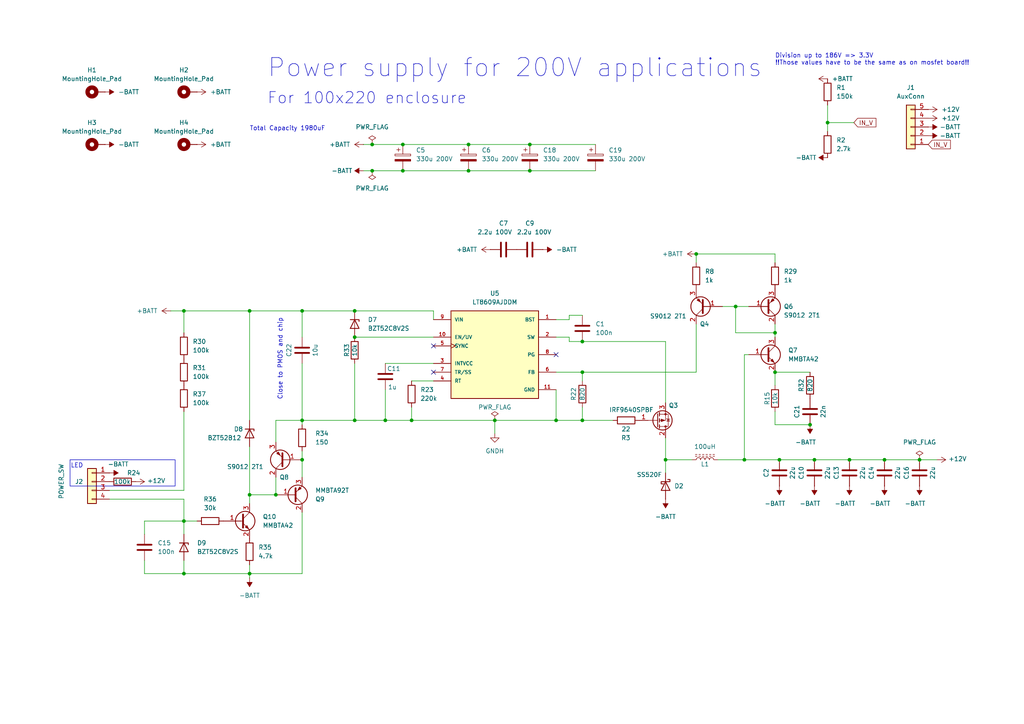
<source format=kicad_sch>
(kicad_sch (version 20231120) (generator "eeschema") (generator_version "8.0")
  (paper "A4")
  (lib_symbols
    (symbol "Connector_Generic:Conn_01x04" (pin_names (offset 1.016) hide)
      (property "Reference" "J" (at 0 5.08 0))
      (property "Value" "Conn_01x04" (at 0 -7.62 0))
      (symbol "Conn_01x04_1_1"
        (rectangle (start -1.27 -4.953) (end 0 -5.207) (stroke (width 0.1524)))
        (rectangle (start -1.27 -2.413) (end 0 -2.667) (stroke (width 0.1524)))
        (rectangle (start -1.27 0.127) (end 0 -0.127) (stroke (width 0.1524)))
        (rectangle (start -1.27 2.667) (end 0 2.413) (stroke (width 0.1524)))
        (rectangle (start -1.27 3.81) (end 1.27 -6.35) (stroke (width 0.254)) (fill (type background)))
        (pin passive line (at -5.08 2.54 0) (length 3.81) (name "Pin_1") (number "1"))
        (pin passive line (at -5.08 0 0) (length 3.81) (name "Pin_2") (number "2"))
        (pin passive line (at -5.08 -2.54 0) (length 3.81) (name "Pin_3") (number "3"))
        (pin passive line (at -5.08 -5.08 0) (length 3.81) (name "Pin_4") (number "4"))
      )
    )
    (symbol "Connector_Generic:Conn_01x05" (pin_names (offset 1.016) hide)
      (property "Reference" "J" (at 0 7.62 0))
      (property "Value" "Conn_01x05" (at 0 -7.62 0))
      (symbol "Conn_01x05_1_1"
        (rectangle (start -1.27 -4.953) (end 0 -5.207) (stroke (width 0.1524)))
        (rectangle (start -1.27 -2.413) (end 0 -2.667) (stroke (width 0.1524)))
        (rectangle (start -1.27 0.127) (end 0 -0.127) (stroke (width 0.1524)))
        (rectangle (start -1.27 2.667) (end 0 2.413) (stroke (width 0.1524)))
        (rectangle (start -1.27 5.207) (end 0 4.953) (stroke (width 0.1524)))
        (rectangle (start -1.27 6.35) (end 1.27 -6.35) (stroke (width 0.254)) (fill (type background)))
        (pin passive line (at -5.08 5.08 0) (length 3.81) (name "Pin_1") (number "1"))
        (pin passive line (at -5.08 2.54 0) (length 3.81) (name "Pin_2") (number "2"))
        (pin passive line (at -5.08 0 0) (length 3.81) (name "Pin_3") (number "3"))
        (pin passive line (at -5.08 -2.54 0) (length 3.81) (name "Pin_4") (number "4"))
        (pin passive line (at -5.08 -5.08 0) (length 3.81) (name "Pin_5") (number "5"))
      )
    )
    (symbol "Device:C" (pin_numbers hide) (pin_names (offset 0.254))
      (property "Reference" "C" (at 0.635 2.54 0))
      (property "Value" "C" (at 0.635 -2.54 0))
      (symbol "C_0_1"
        (polyline (pts (xy -2.032 -0.762) (xy 2.032 -0.762)) (stroke (width 0.508)))
        (polyline (pts (xy -2.032 0.762) (xy 2.032 0.762)) (stroke (width 0.508)))
      )
      (symbol "C_1_1"
        (pin passive line (at 0 3.81 270) (length 2.794) (name "~") (number "1"))
        (pin passive line (at 0 -3.81 90) (length 2.794) (name "~") (number "2"))
      )
    )
    (symbol "Device:C_Polarized" (pin_numbers hide) (pin_names (offset 0.254))
      (property "Reference" "C" (at 0.635 2.54 0))
      (property "Value" "C_Polarized" (at 0.635 -2.54 0))
      (symbol "C_Polarized_0_1"
        (rectangle (start -2.286 0.508) (end 2.286 1.016))
        (polyline (pts (xy -1.778 2.286) (xy -0.762 2.286)))
        (polyline (pts (xy -1.27 2.794) (xy -1.27 1.778)))
        (rectangle (start 2.286 -0.508) (end -2.286 -1.016) (fill (type outline)))
      )
      (symbol "C_Polarized_1_1"
        (pin passive line (at 0 3.81 270) (length 2.794) (name "~") (number "1"))
        (pin passive line (at 0 -3.81 90) (length 2.794) (name "~") (number "2"))
      )
    )
    (symbol "Device:D_Schottky" (pin_numbers hide) (pin_names (offset 1.016) hide)
      (property "Reference" "D" (at 0 2.54 0))
      (property "Value" "D_Schottky" (at 0 -2.54 0))
      (symbol "D_Schottky_0_1"
        (polyline (pts (xy 1.27 0) (xy -1.27 0)))
        (polyline (pts (xy 1.27 1.27) (xy 1.27 -1.27) (xy -1.27 0) (xy 1.27 1.27)) (stroke (width 0.254)))
        (polyline (pts (xy -1.905 0.635) (xy -1.905 1.27) (xy -1.27 1.27) (xy -1.27 -1.27) (xy -0.635 -1.27) (xy -0.635 -0.635)) (stroke (width 0.254)))
      )
      (symbol "D_Schottky_1_1"
        (pin passive line (at -3.81 0 0) (length 2.54) (name "K") (number "1"))
        (pin passive line (at 3.81 0 180) (length 2.54) (name "A") (number "2"))
      )
    )
    (symbol "Device:D_Zener" (pin_numbers hide) (pin_names (offset 1.016) hide)
      (property "Reference" "D" (at 0 2.54 0))
      (property "Value" "D_Zener" (at 0 -2.54 0))
      (symbol "D_Zener_0_1"
        (polyline (pts (xy 1.27 0) (xy -1.27 0)))
        (polyline (pts (xy -1.27 -1.27) (xy -1.27 1.27) (xy -0.762 1.27)) (stroke (width 0.254)))
        (polyline (pts (xy 1.27 -1.27) (xy 1.27 1.27) (xy -1.27 0) (xy 1.27 -1.27)) (stroke (width 0.254)))
      )
      (symbol "D_Zener_1_1"
        (pin passive line (at -3.81 0 0) (length 2.54) (name "K") (number "1"))
        (pin passive line (at 3.81 0 180) (length 2.54) (name "A") (number "2"))
      )
    )
    (symbol "Device:L_Ferrite" (pin_numbers hide) (pin_names (offset 1.016) hide)
      (property "Reference" "L" (at -1.27 0 90))
      (property "Value" "L_Ferrite" (at 2.794 0 90))
      (symbol "L_Ferrite_0_1"
        (arc (start 0 -2.54) (mid 0.6323 -1.905) (end 0 -1.27))
        (arc (start 0 -1.27) (mid 0.6323 -0.635) (end 0 0))
        (polyline (pts (xy 1.016 -2.794) (xy 1.016 -2.286)))
        (polyline (pts (xy 1.016 -1.778) (xy 1.016 -1.27)))
        (polyline (pts (xy 1.016 -0.762) (xy 1.016 -0.254)))
        (polyline (pts (xy 1.016 0.254) (xy 1.016 0.762)))
        (polyline (pts (xy 1.016 1.27) (xy 1.016 1.778)))
        (polyline (pts (xy 1.016 2.286) (xy 1.016 2.794)))
        (polyline (pts (xy 1.524 -2.286) (xy 1.524 -2.794)))
        (polyline (pts (xy 1.524 -1.27) (xy 1.524 -1.778)))
        (polyline (pts (xy 1.524 -0.254) (xy 1.524 -0.762)))
        (polyline (pts (xy 1.524 0.762) (xy 1.524 0.254)))
        (polyline (pts (xy 1.524 1.778) (xy 1.524 1.27)))
        (polyline (pts (xy 1.524 2.794) (xy 1.524 2.286)))
        (arc (start 0 0) (mid 0.6323 0.635) (end 0 1.27))
        (arc (start 0 1.27) (mid 0.6323 1.905) (end 0 2.54))
      )
      (symbol "L_Ferrite_1_1"
        (pin passive line (at 0 3.81 270) (length 1.27) (name "1") (number "1"))
        (pin passive line (at 0 -3.81 90) (length 1.27) (name "2") (number "2"))
      )
    )
    (symbol "Device:Q_PNP_BCE" (pin_names (offset 0) hide)
      (property "Reference" "Q" (at 5.08 1.27 0))
      (property "Value" "Q_PNP_BCE" (at 5.08 -1.27 0))
      (symbol "Q_PNP_BCE_0_1"
        (polyline (pts (xy 0.635 0.635) (xy 2.54 2.54)))
        (polyline (pts (xy 0.635 -0.635) (xy 2.54 -2.54) (xy 2.54 -2.54)))
        (polyline (pts (xy 0.635 1.905) (xy 0.635 -1.905) (xy 0.635 -1.905)) (stroke (width 0.508)))
        (polyline (pts (xy 2.286 -1.778) (xy 1.778 -2.286) (xy 1.27 -1.27) (xy 2.286 -1.778) (xy 2.286 -1.778)) (fill (type outline)))
        (circle (center 1.27 0) (radius 2.8194) (stroke (width 0.254)))
      )
      (symbol "Q_PNP_BCE_1_1"
        (pin input line (at -5.08 0 0) (length 5.715) (name "B") (number "1"))
        (pin passive line (at 2.54 5.08 270) (length 2.54) (name "C") (number "2"))
        (pin passive line (at 2.54 -5.08 90) (length 2.54) (name "E") (number "3"))
      )
    )
    (symbol "Device:R" (pin_numbers hide) (pin_names (offset 0))
      (property "Reference" "R" (at 2.032 0 90))
      (property "Value" "R" (at 0 0 90))
      (symbol "R_0_1"
        (rectangle (start -1.016 -2.54) (end 1.016 2.54) (stroke (width 0.254)))
      )
      (symbol "R_1_1"
        (pin passive line (at 0 3.81 270) (length 1.27) (name "~") (number "1"))
        (pin passive line (at 0 -3.81 90) (length 1.27) (name "~") (number "2"))
      )
    )
    (symbol "Diode:BZT52Bxx" (pin_numbers hide) (pin_names hide)
      (property "Reference" "D" (at 0 2.54 0))
      (property "Value" "BZT52Bxx" (at 0 -2.54 0))
      (symbol "BZT52Bxx_0_1"
        (polyline (pts (xy 1.27 0) (xy -1.27 0)))
        (polyline (pts (xy -1.27 -1.27) (xy -1.27 1.27) (xy -0.762 1.27)) (stroke (width 0.254)))
        (polyline (pts (xy 1.27 -1.27) (xy 1.27 1.27) (xy -1.27 0) (xy 1.27 -1.27)) (stroke (width 0.254)))
      )
      (symbol "BZT52Bxx_1_1"
        (pin passive line (at -3.81 0 0) (length 2.54) (name "K") (number "1"))
        (pin passive line (at 3.81 0 180) (length 2.54) (name "A") (number "2"))
      )
    )
    (symbol "GigaESCSymbols:LT8609AHDDM-5_PBF" (pin_names (offset 1.016))
      (property "Reference" "U" (at -12.7 13.462 0))
      (property "Value" "LT8609AHDDM-5_PBF" (at -12.7 -15.24 0))
      (symbol "LT8609AHDDM-5_PBF_0_0"
        (rectangle (start -12.7 12.7) (end 12.7 -12.7) (stroke (width 0.254)) (fill (type background)))
        (pin passive line (at 17.78 10.16 180) (length 5.08) (name "BST") (number "1"))
        (pin input line (at -17.78 5.08 0) (length 5.08) (name "EN/UV") (number "10"))
        (pin power_in line (at 17.78 -10.16 180) (length 5.08) (name "GND") (number "11"))
        (pin output line (at 17.78 5.08 180) (length 5.08) (name "SW") (number "2"))
        (pin passive line (at -17.78 -2.54 0) (length 5.08) (name "INTVCC") (number "3"))
        (pin passive line (at -17.78 -7.62 0) (length 5.08) (name "RT") (number "4"))
        (pin input clock (at -17.78 2.54 0) (length 5.08) (name "SYNC") (number "5"))
        (pin passive line (at 17.78 -5.08 180) (length 5.08) (name "FB") (number "6"))
        (pin passive line (at -17.78 -5.08 0) (length 5.08) (name "TR/SS") (number "7"))
        (pin output line (at 17.78 0 180) (length 5.08) (name "PG") (number "8"))
        (pin input line (at -17.78 10.16 0) (length 5.08) (name "VIN") (number "9"))
      )
    )
    (symbol "Mechanical:MountingHole_Pad" (pin_numbers hide) (pin_names (offset 1.016) hide)
      (property "Reference" "H" (at 0 6.35 0))
      (property "Value" "MountingHole_Pad" (at 0 4.445 0))
      (symbol "MountingHole_Pad_0_1"
        (circle (center 0 1.27) (radius 1.27) (stroke (width 1.27)))
      )
      (symbol "MountingHole_Pad_1_1"
        (pin input line (at 0 -2.54 90) (length 2.54) (name "1") (number "1"))
      )
    )
    (symbol "Transistor_BJT:MMBTA42" (pin_names (offset 0) hide)
      (property "Reference" "Q" (at 5.08 1.905 0))
      (property "Value" "MMBTA42" (at 5.08 0 0))
      (symbol "MMBTA42_0_1"
        (polyline (pts (xy 0 0) (xy 0.635 0)))
        (polyline (pts (xy 0.635 0.635) (xy 2.54 2.54)))
        (polyline (pts (xy 0.635 -0.635) (xy 2.54 -2.54) (xy 2.54 -2.54)))
        (polyline (pts (xy 0.635 1.905) (xy 0.635 -1.905) (xy 0.635 -1.905)) (stroke (width 0.508)))
        (polyline (pts (xy 1.27 -1.778) (xy 1.778 -1.27) (xy 2.286 -2.286) (xy 1.27 -1.778) (xy 1.27 -1.778)) (fill (type outline)))
        (circle (center 1.27 0) (radius 2.8194) (stroke (width 0.254)))
      )
      (symbol "MMBTA42_1_1"
        (pin input line (at -5.08 0 0) (length 5.08) (name "B") (number "1"))
        (pin passive line (at 2.54 -5.08 90) (length 2.54) (name "E") (number "2"))
        (pin passive line (at 2.54 5.08 270) (length 2.54) (name "C") (number "3"))
      )
    )
    (symbol "Transistor_FET:SUD50P10-43L" (pin_names hide)
      (property "Reference" "Q" (at 4.953 1.905 0))
      (property "Value" "SUD50P10-43L" (at 4.953 0 0))
      (symbol "SUD50P10-43L_0_1"
        (polyline (pts (xy 0.254 0) (xy -2.54 0)))
        (polyline (pts (xy 0.254 1.905) (xy 0.254 -1.905)) (stroke (width 0.254)))
        (polyline (pts (xy 0.762 -1.27) (xy 0.762 -2.286)) (stroke (width 0.254)))
        (polyline (pts (xy 0.762 0.508) (xy 0.762 -0.508)) (stroke (width 0.254)))
        (polyline (pts (xy 0.762 2.286) (xy 0.762 1.27)) (stroke (width 0.254)))
        (polyline (pts (xy 2.54 2.54) (xy 2.54 1.778)))
        (polyline (pts (xy 2.54 -2.54) (xy 2.54 0) (xy 0.762 0)))
        (polyline (pts (xy 0.762 1.778) (xy 3.302 1.778) (xy 3.302 -1.778) (xy 0.762 -1.778)))
        (polyline (pts (xy 2.286 0) (xy 1.27 0.381) (xy 1.27 -0.381) (xy 2.286 0)) (fill (type outline)))
        (polyline (pts (xy 2.794 -0.508) (xy 2.921 -0.381) (xy 3.683 -0.381) (xy 3.81 -0.254)))
        (polyline (pts (xy 3.302 -0.381) (xy 2.921 0.254) (xy 3.683 0.254) (xy 3.302 -0.381)))
        (circle (center 1.651 0) (radius 2.794) (stroke (width 0.254)))
        (circle (center 2.54 -1.778) (radius 0.254) (fill (type outline)))
        (circle (center 2.54 1.778) (radius 0.254) (fill (type outline)))
      )
      (symbol "SUD50P10-43L_1_1"
        (pin input line (at -5.08 0 0) (length 2.54) (name "G") (number "1"))
        (pin passive line (at 2.54 5.08 270) (length 2.54) (name "D") (number "2"))
        (pin passive line (at 2.54 -5.08 90) (length 2.54) (name "S") (number "3"))
      )
    )
    (symbol "power:+12V" (power) (pin_numbers hide) (pin_names (offset 0) hide)
      (property "Value" "+12V" (at 0 3.556 0))
      (symbol "+12V_0_1"
        (polyline (pts (xy -0.762 1.27) (xy 0 2.54)))
        (polyline (pts (xy 0 0) (xy 0 2.54)))
        (polyline (pts (xy 0 2.54) (xy 0.762 1.27)))
      )
      (symbol "+12V_1_1"
        (pin power_in line (at 0 0 90) (length 0) (name "~") (number "1"))
      )
    )
    (symbol "power:+BATT" (power) (pin_numbers hide) (pin_names (offset 0) hide)
      (property "Value" "+BATT" (at 0 3.556 0))
      (symbol "+BATT_0_1"
        (polyline (pts (xy -0.762 1.27) (xy 0 2.54)))
        (polyline (pts (xy 0 0) (xy 0 2.54)))
        (polyline (pts (xy 0 2.54) (xy 0.762 1.27)))
      )
      (symbol "+BATT_1_1"
        (pin power_in line (at 0 0 90) (length 0) (name "~") (number "1"))
      )
    )
    (symbol "power:-BATT" (power) (pin_numbers hide) (pin_names (offset 0) hide)
      (property "Value" "-BATT" (at 0 3.556 0))
      (symbol "-BATT_0_1"
        (polyline (pts (xy 0 0) (xy 0 2.54)))
        (polyline (pts (xy 0.762 1.27) (xy -0.762 1.27) (xy 0 2.54) (xy 0.762 1.27)) (fill (type outline)))
      )
      (symbol "-BATT_1_1"
        (pin power_in line (at 0 0 90) (length 0) (name "~") (number "1"))
      )
    )
    (symbol "power:GNDA" (power) (pin_numbers hide) (pin_names (offset 0) hide)
      (property "Value" "GNDA" (at 0 -3.81 0))
      (symbol "GNDA_0_1"
        (polyline (pts (xy 0 0) (xy 0 -1.27) (xy 1.27 -1.27) (xy 0 -2.54) (xy -1.27 -1.27) (xy 0 -1.27)))
      )
      (symbol "GNDA_1_1"
        (pin power_in line (at 0 0 270) (length 0) (name "~") (number "1"))
      )
    )
    (symbol "power:PWR_FLAG" (power) (pin_numbers hide) (pin_names (offset 0) hide)
      (property "Value" "PWR_FLAG" (at 0 3.81 0))
      (symbol "PWR_FLAG_0_0"
        (pin power_out line (at 0 0 90) (length 0) (name "~") (number "1"))
      )
      (symbol "PWR_FLAG_0_1"
        (polyline (pts (xy 0 0) (xy 0 1.27) (xy -1.016 1.905) (xy 0 2.54) (xy 1.016 1.905) (xy 0 1.27)))
      )
    )
  )
  (junction (at 246.38 133.35))
  (junction (at 240.03 35.56))
  (junction (at 87.63 90.17))
  (junction (at 53.34 90.17))
  (junction (at 234.95 123.19))
  (junction (at 111.76 121.92))
  (junction (at 143.51 121.92))
  (junction (at 72.39 166.37))
  (junction (at 102.87 121.92))
  (junction (at 193.04 133.35))
  (junction (at 102.87 90.17))
  (junction (at 116.84 49.53))
  (junction (at 224.79 96.52))
  (junction (at 107.95 41.91))
  (junction (at 266.7 133.35))
  (junction (at 226.06 133.35))
  (junction (at 119.38 121.92))
  (junction (at 87.63 133.35))
  (junction (at 116.84 41.91))
  (junction (at 168.91 99.06))
  (junction (at 107.95 49.53))
  (junction (at 168.91 121.92))
  (junction (at 256.54 133.35))
  (junction (at 72.39 143.51))
  (junction (at 215.9 133.35))
  (junction (at 72.39 90.17))
  (junction (at 201.93 73.66))
  (junction (at 102.87 97.79))
  (junction (at 135.89 49.53))
  (junction (at 80.01 143.51))
  (junction (at 224.79 107.95))
  (junction (at 213.36 88.9))
  (junction (at 135.89 41.91))
  (junction (at 168.91 107.95))
  (junction (at 53.34 151.13))
  (junction (at 236.22 133.35))
  (junction (at 161.29 121.92))
  (junction (at 87.63 121.92))
  (junction (at 153.67 41.91))
  (junction (at 153.67 49.53))
  (junction (at 53.34 166.37))
  (no_connect (at 161.29 102.87))
  (no_connect (at 125.73 100.33))
  (no_connect (at 125.73 107.95))
  (wire (pts (xy 102.87 121.92) (xy 111.76 121.92)))
  (wire (pts (xy 72.39 143.51) (xy 80.01 143.51)))
  (wire (pts (xy 215.9 102.87) (xy 215.9 133.35)))
  (wire (pts (xy 224.79 107.95) (xy 224.79 111.76)))
  (wire (pts (xy 153.67 49.53) (xy 172.72 49.53)))
  (wire (pts (xy 266.7 133.35) (xy 271.78 133.35)))
  (wire (pts (xy 72.39 146.05) (xy 72.39 143.51)))
  (wire (pts (xy 209.55 88.9) (xy 213.36 88.9)))
  (wire (pts (xy 80.01 128.27) (xy 80.01 121.92)))
  (wire (pts (xy 161.29 92.71) (xy 165.1 92.71)))
  (wire (pts (xy 224.79 96.52) (xy 213.36 96.52)))
  (wire (pts (xy 215.9 133.35) (xy 226.06 133.35)))
  (wire (pts (xy 226.06 133.35) (xy 236.22 133.35)))
  (wire (pts (xy 224.79 107.95) (xy 234.95 107.95)))
  (wire (pts (xy 41.91 166.37) (xy 53.34 166.37)))
  (wire (pts (xy 201.93 73.66) (xy 224.79 73.66)))
  (wire (pts (xy 168.91 121.92) (xy 161.29 121.92)))
  (wire (pts (xy 224.79 119.38) (xy 224.79 123.19)))
  (wire (pts (xy 153.67 41.91) (xy 172.72 41.91)))
  (wire (pts (xy 111.76 121.92) (xy 119.38 121.92)))
  (wire (pts (xy 116.84 41.91) (xy 135.89 41.91)))
  (wire (pts (xy 161.29 97.79) (xy 165.1 97.79)))
  (wire (pts (xy 256.54 133.35) (xy 266.7 133.35)))
  (wire (pts (xy 102.87 121.92) (xy 102.87 105.41)))
  (wire (pts (xy 224.79 96.52) (xy 224.79 97.79)))
  (wire (pts (xy 193.04 99.06) (xy 168.91 99.06)))
  (wire (pts (xy 213.36 96.52) (xy 213.36 88.9)))
  (wire (pts (xy 31.75 142.24) (xy 53.34 142.24)))
  (wire (pts (xy 125.73 90.17) (xy 102.87 90.17)))
  (wire (pts (xy 201.93 107.95) (xy 201.93 93.98)))
  (wire (pts (xy 193.04 133.35) (xy 200.66 133.35)))
  (wire (pts (xy 49.53 90.17) (xy 53.34 90.17)))
  (wire (pts (xy 107.95 49.53) (xy 116.84 49.53)))
  (wire (pts (xy 168.91 99.06) (xy 165.1 99.06)))
  (wire (pts (xy 224.79 93.98) (xy 224.79 96.52)))
  (wire (pts (xy 161.29 121.92) (xy 143.51 121.92)))
  (wire (pts (xy 168.91 118.11) (xy 168.91 121.92)))
  (wire (pts (xy 41.91 162.56) (xy 41.91 166.37)))
  (wire (pts (xy 87.63 166.37) (xy 72.39 166.37)))
  (wire (pts (xy 165.1 99.06) (xy 165.1 97.79)))
  (wire (pts (xy 87.63 97.79) (xy 87.63 90.17)))
  (wire (pts (xy 87.63 148.59) (xy 87.63 166.37)))
  (wire (pts (xy 165.1 91.44) (xy 168.91 91.44)))
  (wire (pts (xy 143.51 121.92) (xy 119.38 121.92)))
  (wire (pts (xy 87.63 121.92) (xy 102.87 121.92)))
  (wire (pts (xy 240.03 30.48) (xy 240.03 35.56)))
  (wire (pts (xy 80.01 138.43) (xy 80.01 143.51)))
  (wire (pts (xy 87.63 130.81) (xy 87.63 133.35)))
  (wire (pts (xy 87.63 123.19) (xy 87.63 121.92)))
  (wire (pts (xy 72.39 166.37) (xy 72.39 163.83)))
  (wire (pts (xy 72.39 90.17) (xy 87.63 90.17)))
  (wire (pts (xy 72.39 167.64) (xy 72.39 166.37)))
  (wire (pts (xy 240.03 35.56) (xy 247.65 35.56)))
  (wire (pts (xy 161.29 107.95) (xy 168.91 107.95)))
  (wire (pts (xy 208.28 133.35) (xy 215.9 133.35)))
  (wire (pts (xy 105.41 49.53) (xy 107.95 49.53)))
  (wire (pts (xy 53.34 90.17) (xy 53.34 96.52)))
  (wire (pts (xy 53.34 166.37) (xy 72.39 166.37)))
  (wire (pts (xy 119.38 121.92) (xy 119.38 118.11)))
  (wire (pts (xy 53.34 90.17) (xy 72.39 90.17)))
  (wire (pts (xy 41.91 151.13) (xy 53.34 151.13)))
  (wire (pts (xy 193.04 116.84) (xy 193.04 99.06)))
  (wire (pts (xy 224.79 123.19) (xy 234.95 123.19)))
  (wire (pts (xy 107.95 41.91) (xy 116.84 41.91)))
  (wire (pts (xy 31.75 144.78) (xy 53.34 144.78)))
  (wire (pts (xy 224.79 73.66) (xy 224.79 76.2)))
  (wire (pts (xy 215.9 102.87) (xy 217.17 102.87)))
  (wire (pts (xy 87.63 133.35) (xy 87.63 138.43)))
  (wire (pts (xy 57.15 151.13) (xy 53.34 151.13)))
  (wire (pts (xy 116.84 49.53) (xy 135.89 49.53)))
  (wire (pts (xy 168.91 121.92) (xy 177.8 121.92)))
  (wire (pts (xy 105.41 41.91) (xy 107.95 41.91)))
  (wire (pts (xy 240.03 35.56) (xy 240.03 38.1)))
  (wire (pts (xy 201.93 73.66) (xy 201.93 76.2)))
  (wire (pts (xy 111.76 113.03) (xy 111.76 121.92)))
  (wire (pts (xy 80.01 121.92) (xy 87.63 121.92)))
  (wire (pts (xy 53.34 119.38) (xy 53.34 142.24)))
  (wire (pts (xy 53.34 151.13) (xy 53.34 154.94)))
  (wire (pts (xy 135.89 49.53) (xy 153.67 49.53)))
  (wire (pts (xy 246.38 133.35) (xy 256.54 133.35)))
  (wire (pts (xy 102.87 97.79) (xy 125.73 97.79)))
  (wire (pts (xy 213.36 88.9) (xy 217.17 88.9)))
  (wire (pts (xy 53.34 162.56) (xy 53.34 166.37)))
  (wire (pts (xy 41.91 154.94) (xy 41.91 151.13)))
  (wire (pts (xy 143.51 121.92) (xy 143.51 125.73)))
  (wire (pts (xy 193.04 133.35) (xy 193.04 127)))
  (wire (pts (xy 135.89 41.91) (xy 153.67 41.91)))
  (wire (pts (xy 236.22 133.35) (xy 246.38 133.35)))
  (wire (pts (xy 161.29 113.03) (xy 161.29 121.92)))
  (wire (pts (xy 168.91 107.95) (xy 201.93 107.95)))
  (wire (pts (xy 72.39 129.54) (xy 72.39 143.51)))
  (wire (pts (xy 168.91 110.49) (xy 168.91 107.95)))
  (wire (pts (xy 125.73 92.71) (xy 125.73 90.17)))
  (wire (pts (xy 53.34 144.78) (xy 53.34 151.13)))
  (wire (pts (xy 87.63 105.41) (xy 87.63 121.92)))
  (wire (pts (xy 165.1 92.71) (xy 165.1 91.44)))
  (wire (pts (xy 87.63 90.17) (xy 102.87 90.17)))
  (wire (pts (xy 119.38 110.49) (xy 125.73 110.49)))
  (wire (pts (xy 72.39 90.17) (xy 72.39 121.92)))
  (wire (pts (xy 193.04 133.35) (xy 193.04 137.16)))
  (wire (pts (xy 111.76 105.41) (xy 125.73 105.41)))
  (rectangle (start 20.32 133.35) (end 50.8 140.97))
  (text "LED" (at 24.13 135.89 0) (effects (font (size 1.27 1.27)) (justify right bottom)))
  (text "Power supply for 200V applications" (at 77.47 22.86 0) (effects (font (size 5.27 5.27)) (justify left bottom)))
  (text "Total Capacity 1980uF" (at 72.39 38.1 0) (effects (font (size 1.27 1.27)) (justify left bottom)))
  (text "Close to PMOS and chip" (at 81.28 104.14 90) (effects (font (size 1.27 1.27))))
  (text "Division up to 186V => 3.3V\n!!Those values have to be the same as on mosfet board!!" (at 224.79 19.05 0) (effects (font (size 1.27 1.27)) (justify left bottom)))
  (text "For 100x220 enclosure" (at 77.47 30.48 0) (effects (font (size 3.27 3.27)) (justify left bottom)))
  (global_label "IN_V" (shape input) (at 247.65 35.56 0) (property "Intersheetrefs" "${INTERSHEET_REFS}" (effects (hide yes))))
  (global_label "IN_V" (shape input) (at 269.24 41.91 0) (property "Intersheetrefs" "${INTERSHEET_REFS}" (effects (hide yes))))
  (symbol (lib_id "Device:R") (at 168.91 114.3 180) (unit 1)
    (property "Reference" "R22" (at 166.37 114.3 90))
    (property "Value" "820" (at 168.91 114.3 90))
    (property "Footprint" "Resistor_SMD:R_0603_1608Metric" (effects (hide yes)))
    (property "MPN" "C23253" (effects (hide yes)))
    (property "Mouser" "603-RC0805FR-0744K2L" (effects (hide yes)))
  )
  (symbol (lib_id "Diode:BZT52Bxx") (at 72.39 125.73 270) (unit 1)
    (property "Reference" "D8" (at 67.818 124.46 90) (effects (justify left)))
    (property "Value" "BZT52B12" (at 60.198 127 90) (effects (justify left)))
    (property "Footprint" "Diode_SMD:D_SOD-123F" (effects (hide yes)))
    (property "Datasheet" "https://diotec.com/tl_files/diotec/files/pdf/datasheets/bzt52b2v4.pdf" (effects (hide yes)))
    (property "Description" "500mW Zener Diode, SOD-123F" (effects (hide yes)))
    (property "MPN" "C545349" (effects (hide yes)))
  )
  (symbol (lib_id "power:-BATT") (at 30.48 26.67 270) (unit 1)
    (property "Reference" "#PWR06" (effects (hide yes)))
    (property "Value" "-BATT" (at 34.29 26.67 90) (effects (justify left)))
    (property "Description" "Power symbol creates a global label with name \"-BATT\"" (effects (hide yes)))
  )
  (symbol (lib_id "power:+12V") (at 269.24 31.75 270) (unit 1)
    (property "Reference" "#PWR024" (effects (hide yes)))
    (property "Value" "+12V" (at 273.05 31.75 90) (effects (justify left)))
    (property "Description" "Power symbol creates a global label with name \"+12V\"" (effects (hide yes)))
  )
  (symbol (lib_id "Device:R") (at 87.63 127 0) (unit 1)
    (property "Reference" "R34" (at 91.44 125.7299 0) (effects (justify left)))
    (property "Value" "150" (at 91.44 128.2699 0) (effects (justify left)))
    (property "Footprint" "Resistor_SMD:R_0603_1608Metric" (effects (hide yes)))
    (property "MPN" "C22808" (effects (hide yes)))
  )
  (symbol (lib_id "Device:R") (at 224.79 115.57 180) (unit 1)
    (property "Reference" "R15" (at 222.504 115.57 90))
    (property "Value" "10k" (at 224.79 115.57 90))
    (property "Footprint" "Resistor_SMD:R_0603_1608Metric" (effects (hide yes)))
    (property "MPN" "C25804" (effects (hide yes)))
    (property "Mouser" "603-RC0805FR-0744K2L" (effects (hide yes)))
  )
  (symbol (lib_id "power:-BATT") (at 246.38 140.97 180) (unit 1)
    (property "Reference" "#PWR019" (effects (hide yes)))
    (property "Value" "-BATT" (at 245.11 146.05 0))
    (property "Description" "Power symbol creates a global label with name \"-BATT\"" (effects (hide yes)))
  )
  (symbol (lib_id "power:+BATT") (at 240.03 22.86 90) (unit 1)
    (property "Reference" "#PWR04" (effects (hide yes)))
    (property "Value" "+BATT" (at 241.3 22.86 90) (effects (justify right)))
    (property "Description" "Power symbol creates a global label with name \"+BATT\"" (effects (hide yes)))
  )
  (symbol (lib_id "Device:R") (at 224.79 80.01 180) (unit 1)
    (property "Reference" "R29" (at 227.33 78.74 0) (effects (justify right)))
    (property "Value" "1k" (at 227.33 81.28 0) (effects (justify right)))
    (property "Footprint" "Resistor_SMD:R_0603_1608Metric" (effects (hide yes)))
    (property "MPN" "C21190" (effects (hide yes)))
    (property "Mouser" "71-CRCW080520R0FKEAC" (effects (hide yes)))
  )
  (symbol (lib_id "power:+BATT") (at 57.15 26.67 270) (unit 1)
    (property "Reference" "#PWR013" (effects (hide yes)))
    (property "Value" "+BATT" (at 60.96 26.67 90) (effects (justify left)))
    (property "Description" "Power symbol creates a global label with name \"+BATT\"" (effects (hide yes)))
  )
  (symbol (lib_id "Device:Q_PNP_BCE") (at 82.55 133.35 180) (unit 1)
    (property "Reference" "Q8" (at 83.82 138.43 0) (effects (justify left)))
    (property "Value" "S9012 2T1" (at 76.454 135.382 0) (effects (justify left)))
    (property "Footprint" "Package_TO_SOT_SMD:SOT-23" (effects (hide yes)))
    (property "MPN" "C8543" (effects (hide yes)))
  )
  (symbol (lib_id "Device:R") (at 234.95 111.76 180) (unit 1)
    (property "Reference" "R32" (at 232.41 111.76 90))
    (property "Value" "820" (at 234.95 111.76 90))
    (property "Footprint" "Resistor_SMD:R_0603_1608Metric" (effects (hide yes)))
    (property "MPN" "C23253" (effects (hide yes)))
    (property "Mouser" "603-RC0805FR-0744K2L" (effects (hide yes)))
  )
  (symbol (lib_id "power:PWR_FLAG") (at 107.95 49.53 180) (unit 1)
    (property "Reference" "#FLG05" (effects (hide yes)))
    (property "Value" "PWR_FLAG" (at 107.95 54.61 0))
    (property "Description" "Special symbol for telling ERC where power comes from" (effects (hide yes)))
  )
  (symbol (lib_id "Device:D_Schottky") (at 193.04 140.97 270) (unit 1)
    (property "Reference" "D2" (at 195.58 140.97 90) (effects (justify left)))
    (property "Value" "SS520F" (at 184.658 137.668 90) (effects (justify left)))
    (property "Footprint" "Diode_SMD:D_SMA" (effects (hide yes)))
    (property "MPN" "C2903946" (effects (hide yes)))
  )
  (symbol (lib_id "power:+12V") (at 269.24 34.29 270) (unit 1)
    (property "Reference" "#PWR08" (effects (hide yes)))
    (property "Value" "+12V" (at 273.05 34.29 90) (effects (justify left)))
    (property "Description" "Power symbol creates a global label with name \"+12V\"" (effects (hide yes)))
  )
  (symbol (lib_id "power:PWR_FLAG") (at 107.95 41.91 0) (unit 1)
    (property "Reference" "#FLG04" (effects (hide yes)))
    (property "Value" "PWR_FLAG" (at 107.95 36.83 0))
    (property "Description" "Special symbol for telling ERC where power comes from" (effects (hide yes)))
  )
  (symbol (lib_id "power:-BATT") (at 105.41 49.53 90) (unit 1)
    (property "Reference" "#PWR012" (effects (hide yes)))
    (property "Value" "-BATT" (at 102.235 49.53 90) (effects (justify left)))
    (property "Description" "Power symbol creates a global label with name \"-BATT\"" (effects (hide yes)))
  )
  (symbol (lib_id "Connector_Generic:Conn_01x04") (at 26.67 139.7 0) (mirror y) (unit 1)
    (property "Reference" "J2" (at 24.13 139.7 0) (effects (justify left)))
    (property "Value" "POWER_SW" (at 17.78 144.78 90) (effects (justify left)))
    (property "Footprint" "Connector_JST:JST_PH_B4B-PH-K_1x04_P2.00mm_Vertical" (effects (hide yes)))
    (property "MPN" "C131334" (effects (hide yes)))
    (property "JLCRotOffset" "180" (effects (hide yes)))
    (property "JLCPosOffset" "-3,0" (effects (hide yes)))
  )
  (symbol (lib_id "power:PWR_FLAG") (at 266.7 133.35 0) (unit 1)
    (property "Reference" "#FLG01" (effects (hide yes)))
    (property "Value" "PWR_FLAG" (at 266.7 128.27 0))
    (property "Description" "Special symbol for telling ERC where power comes from" (effects (hide yes)))
  )
  (symbol (lib_id "Device:R") (at 201.93 80.01 180) (unit 1)
    (property "Reference" "R8" (at 204.47 78.74 0) (effects (justify right)))
    (property "Value" "1k" (at 204.47 81.28 0) (effects (justify right)))
    (property "Footprint" "Resistor_SMD:R_0603_1608Metric" (effects (hide yes)))
    (property "MPN" "C21190" (effects (hide yes)))
    (property "Mouser" "71-CRCW080520R0FKEAC" (effects (hide yes)))
  )
  (symbol (lib_id "power:-BATT") (at 234.95 123.19 180) (unit 1)
    (property "Reference" "#PWR045" (effects (hide yes)))
    (property "Value" "-BATT" (at 233.68 128.27 0))
    (property "Description" "Power symbol creates a global label with name \"-BATT\"" (effects (hide yes)))
  )
  (symbol (lib_id "power:-BATT") (at 193.04 144.78 180) (unit 1)
    (property "Reference" "#PWR041" (effects (hide yes)))
    (property "Value" "-BATT" (at 193.04 149.86 0))
    (property "Description" "Power symbol creates a global label with name \"-BATT\"" (effects (hide yes)))
  )
  (symbol (lib_id "power:PWR_FLAG") (at 143.51 121.92 0) (unit 1)
    (property "Reference" "#FLG02" (effects (hide yes)))
    (property "Value" "PWR_FLAG" (at 143.51 118.11 0))
    (property "Description" "Special symbol for telling ERC where power comes from" (effects (hide yes)))
  )
  (symbol (lib_id "Device:L_Ferrite") (at 204.47 133.35 90) (unit 1)
    (property "Reference" "L1" (at 204.47 134.62 90))
    (property "Value" "100uH" (at 204.47 129.54 90))
    (property "Footprint" "Inductor_SMD:L_Chilisin_BMRG00131360" (effects (hide yes)))
    (property "MPN" "C408533" (effects (hide yes)))
  )
  (symbol (lib_id "Device:C") (at 226.06 137.16 0) (unit 1)
    (property "Reference" "C2" (at 222.25 137.16 90))
    (property "Value" "22u" (at 229.87 137.16 90))
    (property "Footprint" "Capacitor_SMD:C_1206_3216Metric" (effects (hide yes)))
    (property "MPN" "C12891" (effects (hide yes)))
  )
  (symbol (lib_id "Device:R") (at 181.61 121.92 270) (unit 1)
    (property "Reference" "R3" (at 182.88 127 90) (effects (justify right)))
    (property "Value" "22" (at 182.88 124.46 90) (effects (justify right)))
    (property "Footprint" "Resistor_SMD:R_0603_1608Metric" (effects (hide yes)))
    (property "MPN" "C23345" (effects (hide yes)))
    (property "Mouser" "71-CRCW080520R0FKEAC" (effects (hide yes)))
  )
  (symbol (lib_id "Device:C") (at 87.63 101.6 0) (unit 1)
    (property "Reference" "C22" (at 83.82 101.6 90))
    (property "Value" "10u" (at 91.44 101.6 90))
    (property "Footprint" "Capacitor_SMD:C_0805_2012Metric" (effects (hide yes)))
    (property "MPN" "C15850" (effects (hide yes)))
  )
  (symbol (lib_id "power:+BATT") (at 142.24 72.39 90) (unit 1)
    (property "Reference" "#PWR01" (effects (hide yes)))
    (property "Value" "+BATT" (at 138.43 72.39 90) (effects (justify left)))
    (property "Description" "Power symbol creates a global label with name \"+BATT\"" (effects (hide yes)))
  )
  (symbol (lib_id "power:-BATT") (at 72.39 167.64 180) (unit 1)
    (property "Reference" "#PWR046" (effects (hide yes)))
    (property "Value" "-BATT" (at 72.39 172.72 0))
    (property "Description" "Power symbol creates a global label with name \"-BATT\"" (effects (hide yes)))
  )
  (symbol (lib_id "Device:C_Polarized") (at 172.72 45.72 0) (unit 1)
    (property "Reference" "C19" (at 176.53 43.561 0) (effects (justify left)))
    (property "Value" "330u 200V" (at 176.53 46.101 0) (effects (justify left)))
    (property "Footprint" "Capacitor_THT:CP_Radial_D18.0mm_P7.50mm" (effects (hide yes)))
    (property "Mouser" "661-EKMR201VS222MR50" (effects (hide yes)))
    (property "MPN" "C697601" (effects (hide yes)))
  )
  (symbol (lib_id "Device:C_Polarized") (at 135.89 45.72 0) (unit 1)
    (property "Reference" "C6" (at 139.7 43.561 0) (effects (justify left)))
    (property "Value" "330u 200V" (at 139.7 46.101 0) (effects (justify left)))
    (property "Footprint" "Capacitor_THT:CP_Radial_D18.0mm_P7.50mm" (effects (hide yes)))
    (property "Mouser" "661-EKMR201VS222MR50" (effects (hide yes)))
    (property "MPN" "C697601" (effects (hide yes)))
  )
  (symbol (lib_id "power:-BATT") (at 236.22 140.97 180) (unit 1)
    (property "Reference" "#PWR018" (effects (hide yes)))
    (property "Value" "-BATT" (at 234.95 146.05 0))
    (property "Description" "Power symbol creates a global label with name \"-BATT\"" (effects (hide yes)))
  )
  (symbol (lib_id "Device:C") (at 168.91 95.25 180) (unit 1)
    (property "Reference" "C1" (at 172.72 93.9799 0) (effects (justify right)))
    (property "Value" "100n" (at 172.72 96.5199 0) (effects (justify right)))
    (property "Footprint" "Capacitor_SMD:C_0603_1608Metric" (effects (hide yes)))
    (property "MPN" "C14663" (effects (hide yes)))
    (property "Mouser" "581-08055C104KAT4A" (effects (hide yes)))
  )
  (symbol (lib_id "Mechanical:MountingHole_Pad") (at 27.94 26.67 90) (unit 1) (in_bom no)
    (property "Reference" "H1" (at 26.67 20.32 90))
    (property "Value" "MountingHole_Pad" (at 26.67 22.86 90))
    (property "Footprint" "MountingHole:MountingHole_5.3mm_M5_Pad_Via" (effects (hide yes)))
  )
  (symbol (lib_id "Device:C") (at 246.38 137.16 0) (unit 1)
    (property "Reference" "C13" (at 242.57 137.16 90))
    (property "Value" "22u" (at 250.19 137.16 90))
    (property "Footprint" "Capacitor_SMD:C_1206_3216Metric" (effects (hide yes)))
    (property "MPN" "C12891" (effects (hide yes)))
  )
  (symbol (lib_id "power:+12V") (at 271.78 133.35 270) (unit 1)
    (property "Reference" "#PWR014" (effects (hide yes)))
    (property "Value" "+12V" (at 275.082 133.096 90) (effects (justify left)))
    (property "Description" "Power symbol creates a global label with name \"+12V\"" (effects (hide yes)))
  )
  (symbol (lib_id "power:+BATT") (at 201.93 73.66 90) (unit 1)
    (property "Reference" "#PWR048" (effects (hide yes)))
    (property "Value" "+BATT" (at 198.12 73.66 90) (effects (justify left)))
    (property "Description" "Power symbol creates a global label with name \"+BATT\"" (effects (hide yes)))
  )
  (symbol (lib_id "power:-BATT") (at 30.48 41.91 270) (unit 1)
    (property "Reference" "#PWR027" (effects (hide yes)))
    (property "Value" "-BATT" (at 34.29 41.91 90) (effects (justify left)))
    (property "Description" "Power symbol creates a global label with name \"-BATT\"" (effects (hide yes)))
  )
  (symbol (lib_id "Device:C") (at 234.95 119.38 0) (unit 1)
    (property "Reference" "C21" (at 231.14 119.38 90))
    (property "Value" "22n" (at 238.76 119.38 90))
    (property "Footprint" "GigaVescLibs:C_0603_1608Metric_L" (effects (hide yes)))
    (property "MPN" "C21122" (effects (hide yes)))
  )
  (symbol (lib_id "Device:C") (at 256.54 137.16 0) (unit 1)
    (property "Reference" "C14" (at 252.73 137.16 90))
    (property "Value" "22u" (at 260.35 137.16 90))
    (property "Footprint" "Capacitor_SMD:C_1206_3216Metric" (effects (hide yes)))
    (property "MPN" "C12891" (effects (hide yes)))
  )
  (symbol (lib_id "power:+BATT") (at 49.53 90.17 90) (unit 1)
    (property "Reference" "#PWR039" (effects (hide yes)))
    (property "Value" "+BATT" (at 45.72 90.17 90) (effects (justify left)))
    (property "Description" "Power symbol creates a global label with name \"+BATT\"" (effects (hide yes)))
  )
  (symbol (lib_id "power:-BATT") (at 256.54 140.97 180) (unit 1)
    (property "Reference" "#PWR032" (effects (hide yes)))
    (property "Value" "-BATT" (at 255.27 146.05 0))
    (property "Description" "Power symbol creates a global label with name \"-BATT\"" (effects (hide yes)))
  )
  (symbol (lib_id "Device:R") (at 60.96 151.13 90) (unit 1)
    (property "Reference" "R36" (at 60.96 144.78 90))
    (property "Value" "30k" (at 60.96 147.32 90))
    (property "Footprint" "Resistor_SMD:R_0603_1608Metric" (effects (hide yes)))
    (property "MPN" "C22984" (effects (hide yes)))
  )
  (symbol (lib_id "Mechanical:MountingHole_Pad") (at 54.61 41.91 90) (unit 1) (in_bom no)
    (property "Reference" "H4" (at 53.34 35.56 90))
    (property "Value" "MountingHole_Pad" (at 53.34 38.1 90))
    (property "Footprint" "MountingHole:MountingHole_5.3mm_M5_Pad_Via" (effects (hide yes)))
  )
  (symbol (lib_id "Device:C") (at 266.7 137.16 0) (unit 1)
    (property "Reference" "C16" (at 262.89 137.16 90))
    (property "Value" "22u" (at 270.51 137.16 90))
    (property "Footprint" "Capacitor_SMD:C_1206_3216Metric" (effects (hide yes)))
    (property "MPN" "C12891" (effects (hide yes)))
  )
  (symbol (lib_id "power:-BATT") (at 266.7 140.97 180) (unit 1)
    (property "Reference" "#PWR033" (effects (hide yes)))
    (property "Value" "-BATT" (at 265.43 146.05 0))
    (property "Description" "Power symbol creates a global label with name \"-BATT\"" (effects (hide yes)))
  )
  (symbol (lib_id "Transistor_BJT:MMBTA42") (at 222.25 102.87 0) (unit 1)
    (property "Reference" "Q7" (at 228.6 101.5999 0) (effects (justify left)))
    (property "Value" "MMBTA42" (at 228.6 104.1399 0) (effects (justify left)))
    (property "Footprint" "Package_TO_SOT_SMD:SOT-23" (effects (hide yes)))
    (property "Datasheet" "https://www.onsemi.com/pub/Collateral/MMBTA42LT1-D.PDF" (effects (hide yes)))
    (property "Description" "0.5A Ic, 300V Vce, NPN High Voltage Transistor, SOT-23" (effects (hide yes)))
    (property "MPN" "C916394" (effects (hide yes)))
  )
  (symbol (lib_id "Device:R") (at 240.03 26.67 0) (unit 1)
    (property "Reference" "R1" (at 242.57 25.4 0) (effects (justify left)))
    (property "Value" "150k" (at 242.57 27.94 0) (effects (justify left)))
    (property "Footprint" "Resistor_SMD:R_0603_1608Metric" (effects (hide yes)))
    (property "MPN" "C22807" (effects (hide yes)))
    (property "Mouser" "603-RC0805FR-07100KL" (effects (hide yes)))
  )
  (symbol (lib_id "power:GNDA") (at 143.51 125.73 0) (unit 1)
    (property "Reference" "#PWR034" (effects (hide yes)))
    (property "Value" "GNDH" (at 143.51 130.81 0))
    (property "Description" "Power symbol creates a global label with name \"GNDA\" , analog ground" (effects (hide yes)))
  )
  (symbol (lib_id "power:-BATT") (at 31.75 137.16 270) (mirror x) (unit 1)
    (property "Reference" "#PWR037" (effects (hide yes)))
    (property "Value" "-BATT" (at 34.29 134.62 90))
    (property "Description" "Power symbol creates a global label with name \"-BATT\"" (effects (hide yes)))
  )
  (symbol (lib_id "Device:R") (at 240.03 41.91 0) (unit 1)
    (property "Reference" "R2" (at 242.57 40.64 0) (effects (justify left)))
    (property "Value" "2.7k" (at 242.57 43.18 0) (effects (justify left)))
    (property "Footprint" "Resistor_SMD:R_0603_1608Metric" (effects (hide yes)))
    (property "MPN" "C13167" (effects (hide yes)))
    (property "Mouser" "71-CRCW0805-1.8K-E3" (effects (hide yes)))
  )
  (symbol (lib_id "Mechanical:MountingHole_Pad") (at 27.94 41.91 90) (unit 1) (in_bom no)
    (property "Reference" "H3" (at 26.67 35.56 90))
    (property "Value" "MountingHole_Pad" (at 26.67 38.1 90))
    (property "Footprint" "MountingHole:MountingHole_5.3mm_M5_Pad_Via" (effects (hide yes)))
  )
  (symbol (lib_id "Device:C") (at 153.67 72.39 90) (unit 1)
    (property "Reference" "C9" (at 153.67 64.77 90))
    (property "Value" "2.2u 100V" (at 154.94 67.31 90))
    (property "Footprint" "Capacitor_SMD:C_1206_3216Metric" (effects (hide yes)))
    (property "MPN" "C920964" (effects (hide yes)))
  )
  (symbol (lib_id "Device:R") (at 102.87 101.6 180) (unit 1)
    (property "Reference" "R33" (at 100.584 101.6 90))
    (property "Value" "10k" (at 102.87 101.6 90))
    (property "Footprint" "Resistor_SMD:R_0603_1608Metric" (effects (hide yes)))
    (property "MPN" "C25804" (effects (hide yes)))
    (property "Mouser" "603-RC0805FR-0744K2L" (effects (hide yes)))
  )
  (symbol (lib_id "Device:Q_PNP_BCE") (at 85.09 143.51 0) (mirror x) (unit 1)
    (property "Reference" "Q9" (at 91.44 144.7801 0) (effects (justify left)))
    (property "Value" "MMBTA92T" (at 91.44 142.2401 0) (effects (justify left)))
    (property "Footprint" "Package_TO_SOT_SMD:SOT-89-3" (effects (hide yes)))
    (property "Description" "PNP transistor, base/collector/emitter" (effects (hide yes)))
    (property "MPN" "C305467" (effects (hide yes)))
  )
  (symbol (lib_id "Transistor_FET:SUD50P10-43L") (at 190.5 121.92 0) (mirror x) (unit 1)
    (property "Reference" "Q3" (at 195.326 117.602 0))
    (property "Value" "IRF9640SPBF" (at 183.134 118.872 0))
    (property "Footprint" "Package_TO_SOT_SMD:TO-263-2" (effects (hide yes)))
    (property "Datasheet" "https://www.vishay.com/docs/62504/sud50p10-43l-ge3.pdf" (effects (hide yes)))
    (property "Description" "-37A Id, -100V Vds, TrenchFET P-Channel Power MOSFET, 43mOhm Ron, 160nC Qg, -55 to 150 °C, TO-252-2" (effects (hide yes)))
    (property "MPN" "C540971" (effects (hide yes)))
    (property "JLCPosOffset" "-2,0" (effects (hide yes)))
  )
  (symbol (lib_id "Device:Q_PNP_BCE") (at 204.47 88.9 180) (unit 1)
    (property "Reference" "Q4" (at 205.74 93.98 0) (effects (justify left)))
    (property "Value" "S9012 2T1" (at 199.136 91.694 0) (effects (justify left)))
    (property "Footprint" "Package_TO_SOT_SMD:SOT-23" (effects (hide yes)))
    (property "MPN" "C8543" (effects (hide yes)))
  )
  (symbol (lib_id "Device:C") (at 41.91 158.75 180) (unit 1)
    (property "Reference" "C15" (at 45.72 157.4799 0) (effects (justify right)))
    (property "Value" "100n" (at 45.72 160.0199 0) (effects (justify right)))
    (property "Footprint" "Capacitor_SMD:C_0603_1608Metric" (effects (hide yes)))
    (property "MPN" "C14663" (effects (hide yes)))
    (property "Mouser" "581-08055C104KAT4A" (effects (hide yes)))
  )
  (symbol (lib_id "Mechanical:MountingHole_Pad") (at 54.61 26.67 90) (unit 1) (in_bom no)
    (property "Reference" "H2" (at 53.34 20.32 90))
    (property "Value" "MountingHole_Pad" (at 53.34 22.86 90))
    (property "Footprint" "MountingHole:MountingHole_5.3mm_M5_Pad_Via" (effects (hide yes)))
  )
  (symbol (lib_id "Device:R") (at 35.56 139.7 90) (mirror x) (unit 1)
    (property "Reference" "R24" (at 36.83 137.16 90) (effects (justify right)))
    (property "Value" "100k" (at 33.02 139.7 90) (effects (justify right)))
    (property "Footprint" "Resistor_SMD:R_0603_1608Metric" (effects (hide yes)))
    (property "MPN" "C25803" (effects (hide yes)))
    (property "Mouser" "603-AC0805JR-0710KL" (effects (hide yes)))
  )
  (symbol (lib_id "Device:R") (at 53.34 115.57 0) (unit 1)
    (property "Reference" "R37" (at 55.88 114.3 0) (effects (justify left)))
    (property "Value" "100k" (at 55.88 116.84 0) (effects (justify left)))
    (property "Footprint" "Resistor_SMD:R_0603_1608Metric" (effects (hide yes)))
    (property "MPN" "C25803" (effects (hide yes)))
  )
  (symbol (lib_id "power:-BATT") (at 157.48 72.39 270) (unit 1)
    (property "Reference" "#PWR035" (effects (hide yes)))
    (property "Value" "-BATT" (at 161.29 72.39 90) (effects (justify left)))
    (property "Description" "Power symbol creates a global label with name \"-BATT\"" (effects (hide yes)))
  )
  (symbol (lib_id "Device:C") (at 146.05 72.39 90) (unit 1)
    (property "Reference" "C7" (at 146.05 64.77 90))
    (property "Value" "2.2u 100V" (at 143.51 67.31 90))
    (property "Footprint" "Capacitor_SMD:C_1206_3216Metric" (effects (hide yes)))
    (property "MPN" "C920964" (effects (hide yes)))
  )
  (symbol (lib_id "power:-BATT") (at 240.03 45.72 90) (unit 1)
    (property "Reference" "#PWR07" (effects (hide yes)))
    (property "Value" "-BATT" (at 236.855 45.72 90) (effects (justify left)))
    (property "Description" "Power symbol creates a global label with name \"-BATT\"" (effects (hide yes)))
  )
  (symbol (lib_id "Device:C_Polarized") (at 116.84 45.72 0) (unit 1)
    (property "Reference" "C5" (at 120.65 43.561 0) (effects (justify left)))
    (property "Value" "330u 200V" (at 120.65 46.101 0) (effects (justify left)))
    (property "Footprint" "Capacitor_THT:CP_Radial_D18.0mm_P7.50mm" (effects (hide yes)))
    (property "MPN" "C697601" (effects (hide yes)))
    (property "Mouser" "661-EKMR201VS222MR50" (effects (hide yes)))
  )
  (symbol (lib_id "Transistor_BJT:MMBTA42") (at 69.85 151.13 0) (unit 1)
    (property "Reference" "Q10" (at 76.2 149.8599 0) (effects (justify left)))
    (property "Value" "MMBTA42" (at 76.2 152.3999 0) (effects (justify left)))
    (property "Footprint" "Package_TO_SOT_SMD:SOT-23" (effects (hide yes)))
    (property "Datasheet" "https://www.onsemi.com/pub/Collateral/MMBTA42LT1-D.PDF" (effects (hide yes)))
    (property "Description" "0.5A Ic, 300V Vce, NPN High Voltage Transistor, SOT-23" (effects (hide yes)))
    (property "MPN" "C916394" (effects (hide yes)))
  )
  (symbol (lib_id "Device:C") (at 111.76 109.22 0) (unit 1)
    (property "Reference" "C11" (at 112.268 106.934 0) (effects (justify left)))
    (property "Value" "1u" (at 112.522 112.268 0) (effects (justify left)))
    (property "Footprint" "Capacitor_SMD:C_0603_1608Metric" (effects (hide yes)))
    (property "MPN" "C15849" (effects (hide yes)))
    (property "Mouser" "581-08055C104KAT4A" (effects (hide yes)))
  )
  (symbol (lib_id "Device:D_Zener") (at 53.34 158.75 270) (unit 1)
    (property "Reference" "D9" (at 57.15 157.4799 90) (effects (justify left)))
    (property "Value" "BZT52C8V2S" (at 57.15 160.0199 90) (effects (justify left)))
    (property "Footprint" "Diode_SMD:D_SOD-323_HandSoldering" (effects (hide yes)))
    (property "Description" "Zener diode" (effects (hide yes)))
    (property "MPN" "C2932770" (effects (hide yes)))
  )
  (symbol (lib_id "Connector_Generic:Conn_01x05") (at 264.16 36.83 180) (unit 1)
    (property "Reference" "J1" (at 264.16 25.4 0))
    (property "Value" "AuxConn" (at 264.16 27.94 0))
    (property "Footprint" "Connector_JST:JST_PH_B5B-PH-K_1x05_P2.00mm_Vertical" (effects (hide yes)))
    (property "MPN" "C157993" (effects (hide yes)))
    (property "JLCPosOffset" "-4,0" (effects (hide yes)))
    (property "JLCRotOffset" "180" (effects (hide yes)))
  )
  (symbol (lib_id "Device:R") (at 72.39 160.02 0) (unit 1)
    (property "Reference" "R35" (at 74.93 158.75 0) (effects (justify left)))
    (property "Value" "4.7k" (at 74.93 161.29 0) (effects (justify left)))
    (property "Footprint" "Resistor_SMD:R_0603_1608Metric" (effects (hide yes)))
    (property "MPN" "C23162" (effects (hide yes)))
  )
  (symbol (lib_id "power:-BATT") (at 226.06 140.97 180) (unit 1)
    (property "Reference" "#PWR016" (effects (hide yes)))
    (property "Value" "-BATT" (at 224.79 146.05 0))
    (property "Description" "Power symbol creates a global label with name \"-BATT\"" (effects (hide yes)))
  )
  (symbol (lib_id "Device:C") (at 236.22 137.16 0) (unit 1)
    (property "Reference" "C10" (at 232.41 137.16 90))
    (property "Value" "22u" (at 240.03 137.16 90))
    (property "Footprint" "Capacitor_SMD:C_1206_3216Metric" (effects (hide yes)))
    (property "MPN" "C12891" (effects (hide yes)))
  )
  (symbol (lib_id "power:+BATT") (at 57.15 41.91 270) (unit 1)
    (property "Reference" "#PWR028" (effects (hide yes)))
    (property "Value" "+BATT" (at 60.96 41.91 90) (effects (justify left)))
    (property "Description" "Power symbol creates a global label with name \"+BATT\"" (effects (hide yes)))
  )
  (symbol (lib_id "Device:C_Polarized") (at 153.67 45.72 0) (unit 1)
    (property "Reference" "C18" (at 157.48 43.561 0) (effects (justify left)))
    (property "Value" "330u 200V" (at 157.48 46.101 0) (effects (justify left)))
    (property "Footprint" "Capacitor_THT:CP_Radial_D18.0mm_P7.50mm" (effects (hide yes)))
    (property "MPN" "C697601" (effects (hide yes)))
    (property "Mouser" "661-EKMR201VS222MR50" (effects (hide yes)))
  )
  (symbol (lib_id "power:-BATT") (at 269.24 36.83 270) (unit 1)
    (property "Reference" "#PWR011" (effects (hide yes)))
    (property "Value" "-BATT" (at 275.59 36.83 90))
    (property "Description" "Power symbol creates a global label with name \"-BATT\"" (effects (hide yes)))
  )
  (symbol (lib_id "Device:Q_PNP_BCE") (at 222.25 88.9 0) (mirror x) (unit 1)
    (property "Reference" "Q6" (at 227.33 88.9 0) (effects (justify left)))
    (property "Value" "S9012 2T1" (at 227.33 91.44 0) (effects (justify left)))
    (property "Footprint" "Package_TO_SOT_SMD:SOT-23" (effects (hide yes)))
    (property "MPN" "C8543" (effects (hide yes)))
  )
  (symbol (lib_id "power:+12V") (at 39.37 139.7 270) (unit 1)
    (property "Reference" "#PWR017" (effects (hide yes)))
    (property "Value" "+12V" (at 42.672 139.446 90) (effects (justify left)))
    (property "Description" "Power symbol creates a global label with name \"+12V\"" (effects (hide yes)))
  )
  (symbol (lib_id "Device:R") (at 53.34 100.33 0) (unit 1)
    (property "Reference" "R30" (at 55.88 99.06 0) (effects (justify left)))
    (property "Value" "100k" (at 55.88 101.6 0) (effects (justify left)))
    (property "Footprint" "Resistor_SMD:R_0603_1608Metric" (effects (hide yes)))
    (property "MPN" "C25803" (effects (hide yes)))
  )
  (symbol (lib_id "Device:R") (at 119.38 114.3 0) (unit 1)
    (property "Reference" "R23" (at 121.92 113.03 0) (effects (justify left)))
    (property "Value" "220k" (at 121.92 115.57 0) (effects (justify left)))
    (property "Footprint" "Resistor_SMD:R_0603_1608Metric" (effects (hide yes)))
    (property "MPN" "C22961" (effects (hide yes)))
  )
  (symbol (lib_id "power:+BATT") (at 105.41 41.91 90) (unit 1)
    (property "Reference" "#PWR03" (effects (hide yes)))
    (property "Value" "+BATT" (at 101.6 41.91 90) (effects (justify left)))
    (property "Description" "Power symbol creates a global label with name \"+BATT\"" (effects (hide yes)))
  )
  (symbol (lib_id "Device:D_Zener") (at 102.87 93.98 270) (unit 1)
    (property "Reference" "D7" (at 106.68 92.7099 90) (effects (justify left)))
    (property "Value" "BZT52C8V2S" (at 106.68 95.2499 90) (effects (justify left)))
    (property "Footprint" "Diode_SMD:D_SOD-323_HandSoldering" (effects (hide yes)))
    (property "Description" "Zener diode" (effects (hide yes)))
    (property "MPN" "C2932770" (effects (hide yes)))
  )
  (symbol (lib_id "GigaESCSymbols:LT8609AHDDM-5_PBF") (at 143.51 102.87 0) (unit 1)
    (property "Reference" "U5" (at 143.51 85.09 0))
    (property "Value" "LT8609AJDDM" (at 143.51 87.63 0))
    (property "Footprint" "Package_DFN_QFN:DFN-10-1EP_2.6x2.6mm_P0.5mm_EP1.3x2.2mm" (effects (hide yes)))
    (property "MF" "Analog Devices" (effects (hide yes)))
    (property "MAXIMUM_PACKAGE_HEIGHT" "0.8 mm" (effects (hide yes)))
    (property "Package" "DFN -10 Analog Devices" (effects (hide yes)))
    (property "Price" "None" (effects (hide yes)))
    (property "Check_prices" "https://www.snapeda.com/parts/LT8609AHDDM-5%23PBF/Analog+Devices/view-part/?ref=eda" (effects (hide yes)))
    (property "STANDARD" "IPC 7351B" (effects (hide yes)))
    (property "PARTREV" "J" (effects (hide yes)))
    (property "SnapEDA_Link" "https://www.snapeda.com/parts/LT8609AHDDM-5%23PBF/Analog+Devices/view-part/?ref=snap" (effects (hide yes)))
    (property "SNAPEDA_PACKAGE_ID" "105828" (effects (hide yes)))
    (property "MP" "LT8609AHDDM-5#PBF" (effects (hide yes)))
    (property "Description_1" "\nConv DC-DC 3V to 42V Synchronous Step Down Single-Out 5V 3A Automotive 10-Pin DFN EP Tube\n" (effects (hide yes)))
    (property "SNAPEDA_PN" "LT8609AHDDM-5#PBF" (effects (hide yes)))
    (property "Availability" "In Stock" (effects (hide yes)))
    (property "MANUFACTURER" "Analog Devices" (effects (hide yes)))
    (property "MPN" "C5122347" (effects (hide yes)))
  )
  (symbol (lib_id "power:-BATT") (at 269.24 39.37 270) (unit 1)
    (property "Reference" "#PWR010" (effects (hide yes)))
    (property "Value" "-BATT" (at 275.59 39.37 90))
    (property "Description" "Power symbol creates a global label with name \"-BATT\"" (effects (hide yes)))
  )
  (symbol (lib_id "Device:R") (at 53.34 107.95 0) (unit 1)
    (property "Reference" "R31" (at 55.88 106.68 0) (effects (justify left)))
    (property "Value" "100k" (at 55.88 109.22 0) (effects (justify left)))
    (property "Footprint" "Resistor_SMD:R_0603_1608Metric" (effects (hide yes)))
    (property "MPN" "C25803" (effects (hide yes)))
  )
)
</source>
